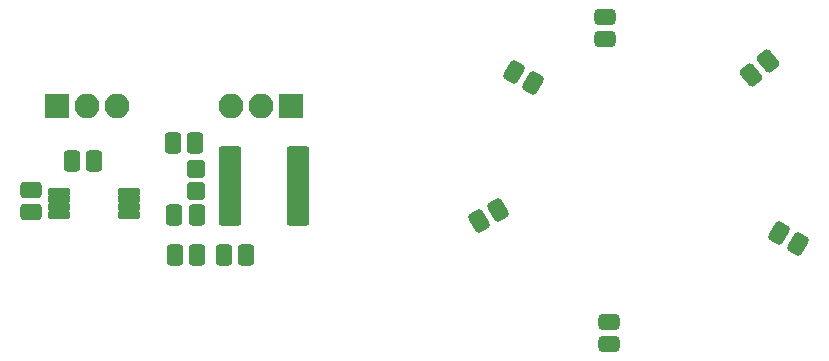
<source format=gbr>
%TF.GenerationSoftware,KiCad,Pcbnew,8.0.0*%
%TF.CreationDate,2024-03-19T15:36:10-05:00*%
%TF.ProjectId,NFCBuisnessV3,4e464342-7569-4736-9e65-737356332e6b,rev?*%
%TF.SameCoordinates,Original*%
%TF.FileFunction,Soldermask,Top*%
%TF.FilePolarity,Negative*%
%FSLAX46Y46*%
G04 Gerber Fmt 4.6, Leading zero omitted, Abs format (unit mm)*
G04 Created by KiCad (PCBNEW 8.0.0) date 2024-03-19 15:36:10*
%MOMM*%
%LPD*%
G01*
G04 APERTURE LIST*
G04 Aperture macros list*
%AMRoundRect*
0 Rectangle with rounded corners*
0 $1 Rounding radius*
0 $2 $3 $4 $5 $6 $7 $8 $9 X,Y pos of 4 corners*
0 Add a 4 corners polygon primitive as box body*
4,1,4,$2,$3,$4,$5,$6,$7,$8,$9,$2,$3,0*
0 Add four circle primitives for the rounded corners*
1,1,$1+$1,$2,$3*
1,1,$1+$1,$4,$5*
1,1,$1+$1,$6,$7*
1,1,$1+$1,$8,$9*
0 Add four rect primitives between the rounded corners*
20,1,$1+$1,$2,$3,$4,$5,0*
20,1,$1+$1,$4,$5,$6,$7,0*
20,1,$1+$1,$6,$7,$8,$9,0*
20,1,$1+$1,$8,$9,$2,$3,0*%
G04 Aperture macros list end*
%ADD10RoundRect,0.200000X-0.704850X-0.177800X0.704850X-0.177800X0.704850X0.177800X-0.704850X0.177800X0*%
%ADD11RoundRect,0.200000X0.550000X-0.525000X0.550000X0.525000X-0.550000X0.525000X-0.550000X-0.525000X0*%
%ADD12RoundRect,0.200000X0.850000X-0.850000X0.850000X0.850000X-0.850000X0.850000X-0.850000X-0.850000X0*%
%ADD13O,2.100000X2.100000*%
%ADD14RoundRect,0.350000X0.350000X0.575000X-0.350000X0.575000X-0.350000X-0.575000X0.350000X-0.575000X0*%
%ADD15RoundRect,0.343750X-0.575821X-0.309852X0.019571X-0.653602X0.575821X0.309852X-0.019571X0.653602X0*%
%ADD16RoundRect,0.350000X-0.350000X-0.575000X0.350000X-0.575000X0.350000X0.575000X-0.350000X0.575000X0*%
%ADD17RoundRect,0.350000X0.575000X-0.350000X0.575000X0.350000X-0.575000X0.350000X-0.575000X-0.350000X0*%
%ADD18RoundRect,0.200000X-0.850000X0.850000X-0.850000X-0.850000X0.850000X-0.850000X0.850000X0.850000X0*%
%ADD19RoundRect,0.343750X0.094223X-0.647070X0.620878X-0.205154X-0.094223X0.647070X-0.620878X0.205154X0*%
%ADD20RoundRect,0.200000X-0.737500X-0.200000X0.737500X-0.200000X0.737500X0.200000X-0.737500X0.200000X0*%
%ADD21RoundRect,0.343750X-0.019571X-0.653602X0.575821X-0.309852X0.019571X0.653602X-0.575821X0.309852X0*%
%ADD22RoundRect,0.343750X-0.581141X-0.299755X0.008161X-0.653844X0.581141X0.299755X-0.008161X0.653844X0*%
%ADD23RoundRect,0.343750X0.556250X-0.343750X0.556250X0.343750X-0.556250X0.343750X-0.556250X-0.343750X0*%
%ADD24RoundRect,0.347561X-0.364939X-0.552439X0.364939X-0.552439X0.364939X0.552439X-0.364939X0.552439X0*%
G04 APERTURE END LIST*
D10*
%TO.C,U1*%
X119894500Y-90900042D03*
X119894500Y-91550028D03*
X119894500Y-92200014D03*
X119894500Y-92850000D03*
X125800000Y-92850000D03*
X125800000Y-92200014D03*
X125800000Y-91550028D03*
X125800000Y-90900042D03*
%TD*%
D11*
%TO.C,Y1*%
X131500000Y-90825000D03*
X131500000Y-88975000D03*
%TD*%
D12*
%TO.C,J4*%
X119725000Y-83650000D03*
D13*
X122265000Y-83650000D03*
X124805000Y-83650000D03*
%TD*%
D14*
%TO.C,C5*%
X131550000Y-92900000D03*
X129650000Y-92900000D03*
%TD*%
%TO.C,C4*%
X131450000Y-86800000D03*
X129550000Y-86800000D03*
%TD*%
D15*
%TO.C,D2*%
X158438101Y-80781250D03*
X160061899Y-81718750D03*
%TD*%
D16*
%TO.C,C3*%
X131600000Y-96300000D03*
X129700000Y-96300000D03*
%TD*%
%TO.C,C1*%
X121000000Y-88350000D03*
X122900000Y-88350000D03*
%TD*%
D17*
%TO.C,C2*%
X117500000Y-92647500D03*
X117500000Y-90747500D03*
%TD*%
D13*
%TO.C,J3*%
X134420000Y-83635000D03*
X136960000Y-83635000D03*
D18*
X139500000Y-83635000D03*
%TD*%
D19*
%TO.C,D4*%
X178450000Y-81050000D03*
X179886334Y-79844774D03*
%TD*%
D20*
%TO.C,U2*%
X134375000Y-87500000D03*
X134375000Y-88150000D03*
X134375000Y-88800000D03*
X134375000Y-89450000D03*
X134375000Y-90100000D03*
X134375000Y-90750000D03*
X134375000Y-91400000D03*
X134375000Y-92050000D03*
X134375000Y-92700000D03*
X134375000Y-93350000D03*
X140100000Y-93350000D03*
X140100000Y-92700000D03*
X140100000Y-92050000D03*
X140100000Y-91400000D03*
X140100000Y-90750000D03*
X140100000Y-90100000D03*
X140100000Y-89450000D03*
X140100000Y-88800000D03*
X140100000Y-88150000D03*
X140100000Y-87500000D03*
%TD*%
D21*
%TO.C,D1*%
X155426202Y-93387500D03*
X157050000Y-92450000D03*
%TD*%
D22*
%TO.C,D5*%
X180900000Y-94400000D03*
X182507188Y-95365696D03*
%TD*%
D23*
%TO.C,D3*%
X166150000Y-77950000D03*
X166150000Y-76075000D03*
%TD*%
%TO.C,D6*%
X166500000Y-103825000D03*
X166500000Y-101950000D03*
%TD*%
D24*
%TO.C,R1*%
X133887500Y-96300000D03*
X135712500Y-96300000D03*
%TD*%
M02*

</source>
